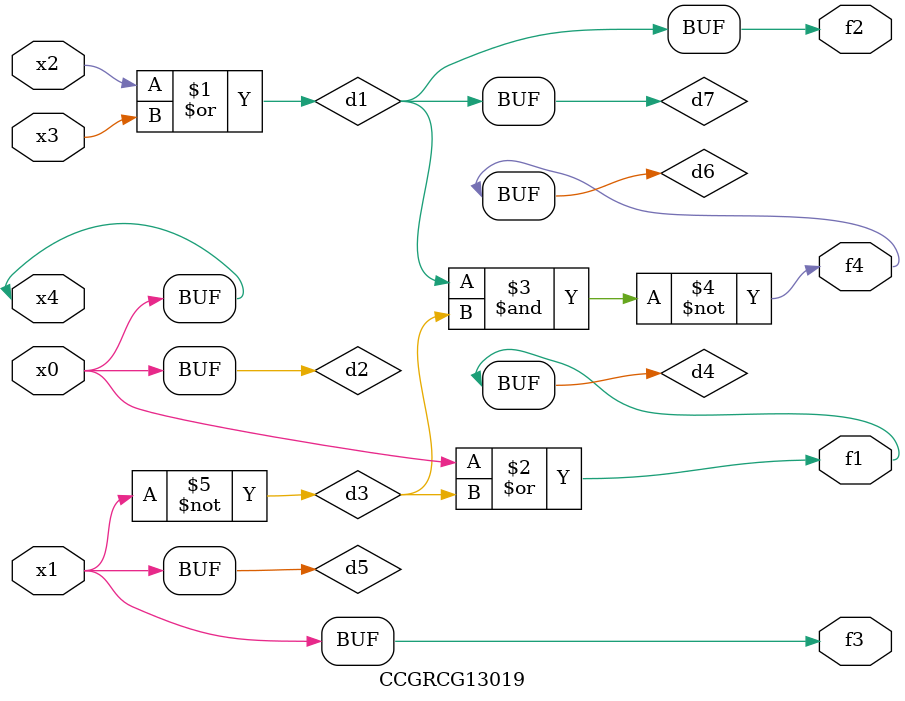
<source format=v>
module CCGRCG13019(
	input x0, x1, x2, x3, x4,
	output f1, f2, f3, f4
);

	wire d1, d2, d3, d4, d5, d6, d7;

	or (d1, x2, x3);
	buf (d2, x0, x4);
	not (d3, x1);
	or (d4, d2, d3);
	not (d5, d3);
	nand (d6, d1, d3);
	or (d7, d1);
	assign f1 = d4;
	assign f2 = d7;
	assign f3 = d5;
	assign f4 = d6;
endmodule

</source>
